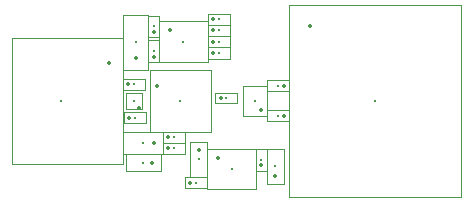
<source format=gbr>
%TF.GenerationSoftware,KiCad,Pcbnew,(6.0.2)*%
%TF.CreationDate,2022-04-27T15:22:05+08:00*%
%TF.ProjectId,USBtoTTL,55534274-6f54-4544-9c2e-6b696361645f,rev?*%
%TF.SameCoordinates,Original*%
%TF.FileFunction,Component,L1,Top*%
%TF.FilePolarity,Positive*%
%FSLAX46Y46*%
G04 Gerber Fmt 4.6, Leading zero omitted, Abs format (unit mm)*
G04 Created by KiCad (PCBNEW (6.0.2)) date 2022-04-27 15:22:05*
%MOMM*%
%LPD*%
G01*
G04 APERTURE LIST*
%TA.AperFunction,ComponentMain*%
%ADD10C,0.300000*%
%TD*%
%TA.AperFunction,ComponentOutline,Courtyard*%
%ADD11C,0.100000*%
%TD*%
%TA.AperFunction,ComponentPin*%
%ADD12P,0.360000X4X0.000000*%
%TD*%
%TA.AperFunction,ComponentPin*%
%ADD13C,0.000000*%
%TD*%
%TA.AperFunction,ComponentOutline,Footprint*%
%ADD14C,0.100000*%
%TD*%
G04 APERTURE END LIST*
D10*
%TO.C,"R6"*%
%TO.CFtp,"R_0402_1005Metric"*%
%TO.CVal,"10K"*%
%TO.CLbN,"Resistor_SMD"*%
%TO.CMnt,SMD*%
%TO.CRot,0*%
X66626200Y-69240400D03*
D11*
X67556199Y-69710399D02*
X65696201Y-69710399D01*
X65696201Y-68770401D01*
X67556199Y-68770401D01*
X67556199Y-69710399D01*
D12*
%TO.P,"R6","1"*%
X66116200Y-69240400D03*
D13*
%TO.P,"R6","2"*%
X67136200Y-69240400D03*
%TD*%
D10*
%TO.C,"C1"*%
%TO.CFtp,"CP_EIA-3216-10_Kemet-I"*%
%TO.CVal,"10uF"*%
%TO.CLbN,"Capacitor_Tantalum_SMD"*%
%TO.CMnt,SMD*%
%TO.CRot,90*%
X66700400Y-62865000D03*
D11*
X67750399Y-65164999D02*
X65650401Y-65164999D01*
X65650401Y-60565001D01*
X67750399Y-60565001D01*
X67750399Y-65164999D01*
D12*
%TO.P,"C1","1"*%
X66700400Y-64215000D03*
D13*
%TO.P,"C1","2"*%
X66700400Y-61515000D03*
%TD*%
D10*
%TO.C,"R1"*%
%TO.CFtp,"R_0402_1005Metric"*%
%TO.CVal,"100K"*%
%TO.CLbN,"Resistor_SMD"*%
%TO.CMnt,SMD*%
%TO.CRot,0*%
X71831200Y-74726800D03*
D11*
X72761199Y-75196799D02*
X70901201Y-75196799D01*
X70901201Y-74256801D01*
X72761199Y-74256801D01*
X72761199Y-75196799D01*
D12*
%TO.P,"R1","1"*%
X71321200Y-74726800D03*
D13*
%TO.P,"R1","2"*%
X72341200Y-74726800D03*
%TD*%
D10*
%TO.C,"C4"*%
%TO.CFtp,"C_0402_1005Metric"*%
%TO.CVal,"100nF"*%
%TO.CLbN,"Capacitor_SMD"*%
%TO.CMnt,SMD*%
%TO.CRot,0*%
X69951600Y-71831200D03*
D11*
X70861599Y-72291199D02*
X69041601Y-72291199D01*
X69041601Y-71371201D01*
X70861599Y-71371201D01*
X70861599Y-72291199D01*
D12*
%TO.P,"C4","1"*%
X69471600Y-71831200D03*
D13*
%TO.P,"C4","2"*%
X70431600Y-71831200D03*
%TD*%
D10*
%TO.C,"U3"*%
%TO.CFtp,"QFN-24-1EP_4x4mm_P0.5mm_EP2.6x2.6mm"*%
%TO.CVal,"CP2104"*%
%TO.CLbN,"Package_DFN_QFN"*%
%TO.CMnt,SMD*%
%TO.CRot,0*%
X70485000Y-67818000D03*
D11*
X73084999Y-70417999D02*
X67885001Y-70417999D01*
X67885001Y-65218001D01*
X73084999Y-65218001D01*
X73084999Y-70417999D01*
D12*
%TO.P,"U3","1","~{RI}"*%
X68547500Y-66568000D03*
D13*
%TO.P,"U3","2","GND"*%
X68547500Y-67068000D03*
%TO.P,"U3","3","D+"*%
X68547500Y-67568000D03*
%TO.P,"U3","4","D-"*%
X68547500Y-68068000D03*
%TO.P,"U3","5","VIO"*%
X68547500Y-68568000D03*
%TO.P,"U3","6","VDD"*%
X68547500Y-69068000D03*
%TO.P,"U3","7","REGIN"*%
X69235000Y-69755500D03*
%TO.P,"U3","8","VBUS"*%
X69735000Y-69755500D03*
%TO.P,"U3","9","~{RST}"*%
X70235000Y-69755500D03*
%TO.P,"U3","10","NC"*%
X70735000Y-69755500D03*
%TO.P,"U3","11","GPIO.3"*%
X71235000Y-69755500D03*
%TO.P,"U3","12","RS485/GPIO.2"*%
X71735000Y-69755500D03*
%TO.P,"U3","13","RXT/GPIO.1"*%
X72422500Y-69068000D03*
%TO.P,"U3","14","TXT/GPIO.0"*%
X72422500Y-68568000D03*
%TO.P,"U3","15","~{SUSPEND}"*%
X72422500Y-68068000D03*
%TO.P,"U3","16","VPP"*%
X72422500Y-67568000D03*
%TO.P,"U3","17","SUSPEND"*%
X72422500Y-67068000D03*
%TO.P,"U3","18","~{CTS}"*%
X72422500Y-66568000D03*
%TO.P,"U3","19","~{RTS}"*%
X71735000Y-65880500D03*
%TO.P,"U3","20","RXD"*%
X71235000Y-65880500D03*
%TO.P,"U3","21","TXD"*%
X70735000Y-65880500D03*
%TO.P,"U3","22","~{DSR}"*%
X70235000Y-65880500D03*
%TO.P,"U3","23","~{DTR}"*%
X69735000Y-65880500D03*
%TO.P,"U3","24","~{DCD}"*%
X69235000Y-65880500D03*
%TO.P,"U3","25","GND"*%
X70485000Y-67818000D03*
%TD*%
D10*
%TO.C,"C9"*%
%TO.CFtp,"C_0402_1005Metric"*%
%TO.CVal,"4.7uF"*%
%TO.CLbN,"Capacitor_SMD"*%
%TO.CMnt,SMD*%
%TO.CRot,0*%
X74371200Y-67564000D03*
D11*
X75281199Y-68023999D02*
X73461201Y-68023999D01*
X73461201Y-67104001D01*
X75281199Y-67104001D01*
X75281199Y-68023999D01*
D12*
%TO.P,"C9","1"*%
X73891200Y-67564000D03*
D13*
%TO.P,"C9","2"*%
X74851200Y-67564000D03*
%TD*%
D10*
%TO.C,"F1"*%
%TO.CFtp,"Fuse_0805_2012Metric"*%
%TO.CVal,"Fuse"*%
%TO.CLbN,"Fuse"*%
%TO.CMnt,SMD*%
%TO.CRot,180*%
X67335400Y-71374000D03*
D11*
X69015399Y-72323999D02*
X65655401Y-72323999D01*
X65655401Y-70424001D01*
X69015399Y-70424001D01*
X69015399Y-72323999D01*
D12*
%TO.P,"F1","1"*%
X68272900Y-71374000D03*
D13*
%TO.P,"F1","2"*%
X66397900Y-71374000D03*
%TD*%
D10*
%TO.C,"RN1"*%
%TO.CFtp,"R_Array_Concave_4x0402"*%
%TO.CVal,"1K"*%
%TO.CLbN,"Resistor_SMD"*%
%TO.CMnt,SMD*%
%TO.CRot,180*%
X76835000Y-67818000D03*
D11*
X77834999Y-69067999D02*
X75835001Y-69067999D01*
X75835001Y-66568001D01*
X77834999Y-66568001D01*
X77834999Y-69067999D01*
D12*
%TO.P,"RN1","1","R1.1"*%
X77335000Y-68568000D03*
D13*
%TO.P,"RN1","2","R2.1"*%
X77335000Y-68068000D03*
%TO.P,"RN1","3","R3.1"*%
X77335000Y-67568000D03*
%TO.P,"RN1","4","R4.1"*%
X77335000Y-67068000D03*
%TO.P,"RN1","5","R4.2"*%
X76335000Y-67068000D03*
%TO.P,"RN1","6","R3.2"*%
X76335000Y-67568000D03*
%TO.P,"RN1","7","R2.2"*%
X76335000Y-68068000D03*
%TO.P,"RN1","8","R1.2"*%
X76335000Y-68568000D03*
%TD*%
D10*
%TO.C,"J1"*%
%TO.CFtp,"Harwin_M20-89006xx_1x06_P2.54mm_Horizontal"*%
%TO.CVal,"Socket"*%
%TO.CLbN,"Connector_Harwin"*%
%TO.CMnt,SMD*%
%TO.CRot,0*%
X86995000Y-67792600D03*
D11*
X94274999Y-75912599D02*
X79715001Y-75912599D01*
X79715001Y-59672601D01*
X94274999Y-59672601D01*
X94274999Y-75912599D01*
D12*
%TO.P,"J1","1","Pin_1"*%
X81470000Y-61442600D03*
D13*
%TO.P,"J1","2","Pin_2"*%
X81470000Y-63982600D03*
%TO.P,"J1","3","Pin_3"*%
X81470000Y-66522600D03*
%TO.P,"J1","4","Pin_4"*%
X81470000Y-69062600D03*
%TO.P,"J1","5","Pin_5"*%
X81470000Y-71602600D03*
%TO.P,"J1","6","Pin_6"*%
X81470000Y-74142600D03*
%TD*%
D10*
%TO.C,"R3"*%
%TO.CFtp,"R_0402_1005Metric"*%
%TO.CVal,"21K"*%
%TO.CLbN,"Resistor_SMD"*%
%TO.CMnt,SMD*%
%TO.CRot,0*%
X73736200Y-62788800D03*
D11*
X74666199Y-63258799D02*
X72806201Y-63258799D01*
X72806201Y-62318801D01*
X74666199Y-62318801D01*
X74666199Y-63258799D01*
D12*
%TO.P,"R3","1"*%
X73226200Y-62788800D03*
D13*
%TO.P,"R3","2"*%
X74246200Y-62788800D03*
%TD*%
D10*
%TO.C,"C2"*%
%TO.CFtp,"C_0402_1005Metric"*%
%TO.CVal,"100nF"*%
%TO.CLbN,"Capacitor_SMD"*%
%TO.CMnt,SMD*%
%TO.CRot,90*%
X68224400Y-61493400D03*
D11*
X68684399Y-62403399D02*
X67764401Y-62403399D01*
X67764401Y-60583401D01*
X68684399Y-60583401D01*
X68684399Y-62403399D01*
D12*
%TO.P,"C2","1"*%
X68224400Y-61973400D03*
D13*
%TO.P,"C2","2"*%
X68224400Y-61013400D03*
%TD*%
D10*
%TO.C,"U1"*%
%TO.CFtp,"SOT-23-5"*%
%TO.CVal,"RT9013-3V3"*%
%TO.CLbN,"Package_TO_SOT_SMD"*%
%TO.CMnt,SMD*%
%TO.CRot,0*%
X74828400Y-73583800D03*
D11*
X76878399Y-75283799D02*
X72778401Y-75283799D01*
X72778401Y-71883801D01*
X76878399Y-71883801D01*
X76878399Y-75283799D01*
D12*
%TO.P,"U1","1","IN"*%
X73690900Y-72633800D03*
D13*
%TO.P,"U1","2","GND"*%
X73690900Y-73583800D03*
%TO.P,"U1","3","EN"*%
X73690900Y-74533800D03*
%TO.P,"U1","4","BP"*%
X75965900Y-74533800D03*
%TO.P,"U1","5","OUT"*%
X75965900Y-72633800D03*
%TD*%
D10*
%TO.C,"D4"*%
%TO.CFtp,"LED_0402_1005Metric"*%
%TO.CVal,"PWR"*%
%TO.CLbN,"LED_SMD"*%
%TO.CMnt,SMD*%
%TO.CRot,0*%
X73736200Y-60909200D03*
D11*
X74666199Y-61379199D02*
X72806201Y-61379199D01*
X72806201Y-60439201D01*
X74666199Y-60439201D01*
X74666199Y-61379199D01*
D12*
%TO.P,"D4","1","K"*%
X73251200Y-60909200D03*
D13*
%TO.P,"D4","2","A"*%
X74221200Y-60909200D03*
%TD*%
D10*
%TO.C,"D3"*%
%TO.CFtp,"LED_0402_1005Metric"*%
%TO.CVal,"RXD"*%
%TO.CLbN,"LED_SMD"*%
%TO.CMnt,SMD*%
%TO.CRot,180*%
X78774900Y-69062600D03*
D11*
X79704899Y-69532599D02*
X77844901Y-69532599D01*
X77844901Y-68592601D01*
X79704899Y-68592601D01*
X79704899Y-69532599D01*
D12*
%TO.P,"D3","1","K"*%
X79259900Y-69062600D03*
D13*
%TO.P,"D3","2","A"*%
X78289900Y-69062600D03*
%TD*%
D10*
%TO.C,"U4"*%
%TO.CFtp,"DFN1710-6"*%
%TO.CVal,"ESD-BDFN1710A054U"*%
%TO.CLbN,"My_Library"*%
%TO.CMnt,TH*%
%TO.CRot,90*%
X66573400Y-67818000D03*
D14*
X65873400Y-68518000D02*
X67273400Y-68518000D01*
X67273400Y-67118000D01*
X65873400Y-67118000D01*
X65873400Y-68518000D01*
D12*
%TO.P,"U4","1","I/O"*%
X67023400Y-68418000D03*
D13*
%TO.P,"U4","2","I/O"*%
X67023400Y-68018000D03*
%TO.P,"U4","3","I/O"*%
X67023400Y-67618000D03*
%TO.P,"U4","4","I/O"*%
X67023400Y-67218000D03*
%TO.P,"U4","5","GND"*%
X66223400Y-67318000D03*
%TO.P,"U4","6","GND"*%
X66223400Y-68318000D03*
%TD*%
D10*
%TO.C,"C8"*%
%TO.CFtp,"C_0402_1005Metric"*%
%TO.CVal,"100nF"*%
%TO.CLbN,"Capacitor_SMD"*%
%TO.CMnt,SMD*%
%TO.CRot,0*%
X73756200Y-61849000D03*
D11*
X74666199Y-62308999D02*
X72846201Y-62308999D01*
X72846201Y-61389001D01*
X74666199Y-61389001D01*
X74666199Y-62308999D01*
D12*
%TO.P,"C8","1"*%
X73276200Y-61849000D03*
D13*
%TO.P,"C8","2"*%
X74236200Y-61849000D03*
%TD*%
D10*
%TO.C,"R5"*%
%TO.CFtp,"R_0402_1005Metric"*%
%TO.CVal,"10K"*%
%TO.CLbN,"Resistor_SMD"*%
%TO.CMnt,SMD*%
%TO.CRot,0*%
X66598800Y-66395600D03*
D11*
X67528799Y-66865599D02*
X65668801Y-66865599D01*
X65668801Y-65925601D01*
X67528799Y-65925601D01*
X67528799Y-66865599D01*
D12*
%TO.P,"R5","1"*%
X66088800Y-66395600D03*
D13*
%TO.P,"R5","2"*%
X67108800Y-66395600D03*
%TD*%
D10*
%TO.C,"R4"*%
%TO.CFtp,"R_0402_1005Metric"*%
%TO.CVal,"10K"*%
%TO.CLbN,"Resistor_SMD"*%
%TO.CMnt,SMD*%
%TO.CRot,0*%
X69951600Y-70891400D03*
D11*
X70881599Y-71361399D02*
X69021601Y-71361399D01*
X69021601Y-70421401D01*
X70881599Y-70421401D01*
X70881599Y-71361399D01*
D12*
%TO.P,"R4","1"*%
X69441600Y-70891400D03*
D13*
%TO.P,"R4","2"*%
X70461600Y-70891400D03*
%TD*%
D10*
%TO.C,"C3"*%
%TO.CFtp,"C_0603_1608Metric"*%
%TO.CVal,"10uF"*%
%TO.CLbN,"Capacitor_SMD"*%
%TO.CMnt,SMD*%
%TO.CRot,-90*%
X72034400Y-72745600D03*
D11*
X72764399Y-74225599D02*
X71304401Y-74225599D01*
X71304401Y-71265601D01*
X72764399Y-71265601D01*
X72764399Y-74225599D01*
D12*
%TO.P,"C3","1"*%
X72034400Y-71970600D03*
D13*
%TO.P,"C3","2"*%
X72034400Y-73520600D03*
%TD*%
D10*
%TO.C,"C5"*%
%TO.CFtp,"C_0603_1608Metric"*%
%TO.CVal,"10uF"*%
%TO.CLbN,"Capacitor_SMD"*%
%TO.CMnt,SMD*%
%TO.CRot,90*%
X78538800Y-73355200D03*
D11*
X79268799Y-74835199D02*
X77808801Y-74835199D01*
X77808801Y-71875201D01*
X79268799Y-71875201D01*
X79268799Y-74835199D01*
D12*
%TO.P,"C5","1"*%
X78538800Y-74130200D03*
D13*
%TO.P,"C5","2"*%
X78538800Y-72580200D03*
%TD*%
D10*
%TO.C,"C7"*%
%TO.CFtp,"C_0603_1608Metric"*%
%TO.CVal,"10uF"*%
%TO.CLbN,"Capacitor_SMD"*%
%TO.CMnt,SMD*%
%TO.CRot,180*%
X67335400Y-73050400D03*
D11*
X68815399Y-73780399D02*
X65855401Y-73780399D01*
X65855401Y-72320401D01*
X68815399Y-72320401D01*
X68815399Y-73780399D01*
D12*
%TO.P,"C7","1"*%
X68110400Y-73050400D03*
D13*
%TO.P,"C7","2"*%
X66560400Y-73050400D03*
%TD*%
D10*
%TO.C,"U2"*%
%TO.CFtp,"SOT-23-6"*%
%TO.CVal,"BD2243G-GTR"*%
%TO.CLbN,"Package_TO_SOT_SMD"*%
%TO.CMnt,SMD*%
%TO.CRot,0*%
X70739000Y-62788800D03*
D11*
X72788999Y-64488799D02*
X68689001Y-64488799D01*
X68689001Y-61088801D01*
X72788999Y-61088801D01*
X72788999Y-64488799D01*
D12*
%TO.P,"U2","1","IN"*%
X69601500Y-61838800D03*
D13*
%TO.P,"U2","2","GND"*%
X69601500Y-62788800D03*
%TO.P,"U2","3","EN"*%
X69601500Y-63738800D03*
%TO.P,"U2","4","/OC"*%
X71876500Y-63738800D03*
%TO.P,"U2","5","ILIM"*%
X71876500Y-62788800D03*
%TO.P,"U2","6","OUTPUT"*%
X71876500Y-61838800D03*
%TD*%
D10*
%TO.C,"C6"*%
%TO.CFtp,"C_0402_1005Metric"*%
%TO.CVal,"100nF"*%
%TO.CLbN,"Capacitor_SMD"*%
%TO.CMnt,SMD*%
%TO.CRot,90*%
X77345000Y-72796400D03*
D11*
X77804999Y-73706399D02*
X76885001Y-73706399D01*
X76885001Y-71886401D01*
X77804999Y-71886401D01*
X77804999Y-73706399D01*
D12*
%TO.P,"C6","1"*%
X77345000Y-73276400D03*
D13*
%TO.P,"C6","2"*%
X77345000Y-72316400D03*
%TD*%
D10*
%TO.C,"J2"*%
%TO.CFtp,"USB_C_Receptacle_HRO_TYPE-C-31-M-12"*%
%TO.CVal,"USB_C_Receptacle_USB2.0"*%
%TO.CLbN,"Connector_USB"*%
%TO.CMnt,SMD*%
%TO.CRot,-90*%
X60374600Y-67818000D03*
D11*
X65644599Y-73137999D02*
X56224601Y-73137999D01*
X56224601Y-62498001D01*
X65644599Y-62498001D01*
X65644599Y-73137999D01*
D12*
%TO.P,"J2","A1","GND"*%
X64419600Y-64568000D03*
D13*
%TO.P,"J2",*%
X62974600Y-64928000D03*
X62974600Y-70708000D03*
%TO.P,"J2","A4","VBUS"*%
X64419600Y-65368000D03*
%TO.P,"J2","A5","CC1"*%
X64419600Y-66568000D03*
%TO.P,"J2","A6","D+"*%
X64419600Y-67568000D03*
%TO.P,"J2","A7","D-"*%
X64419600Y-68068000D03*
%TO.P,"J2","A8","SBU1"*%
X64419600Y-69068000D03*
%TO.P,"J2","A9","VBUS"*%
X64419600Y-70268000D03*
%TO.P,"J2","A12","GND"*%
X64419600Y-71068000D03*
%TO.P,"J2","B1","GND"*%
X64419600Y-71068000D03*
%TO.P,"J2","B4","VBUS"*%
X64419600Y-70268000D03*
%TO.P,"J2","B5","CC2"*%
X64419600Y-69568000D03*
%TO.P,"J2","B6","D+"*%
X64419600Y-68568000D03*
%TO.P,"J2","B7","D-"*%
X64419600Y-67068000D03*
%TO.P,"J2","B8","SBU2"*%
X64419600Y-66068000D03*
%TO.P,"J2","B9","VBUS"*%
X64419600Y-65368000D03*
%TO.P,"J2","B12","GND"*%
X64419600Y-64568000D03*
%TO.P,"J2","S1","SHIELD"*%
X59324600Y-63498000D03*
X59324600Y-72138000D03*
X63504600Y-63498000D03*
X63504600Y-72138000D03*
%TD*%
D10*
%TO.C,"D1"*%
%TO.CFtp,"LED_0402_1005Metric"*%
%TO.CVal,"OLOAD"*%
%TO.CLbN,"LED_SMD"*%
%TO.CMnt,SMD*%
%TO.CRot,0*%
X73736200Y-63754000D03*
D11*
X74666199Y-64223999D02*
X72806201Y-64223999D01*
X72806201Y-63284001D01*
X74666199Y-63284001D01*
X74666199Y-64223999D01*
D12*
%TO.P,"D1","1","K"*%
X73251200Y-63754000D03*
D13*
%TO.P,"D1","2","A"*%
X74221200Y-63754000D03*
%TD*%
D10*
%TO.C,"D2"*%
%TO.CFtp,"LED_0402_1005Metric"*%
%TO.CVal,"TXD"*%
%TO.CLbN,"LED_SMD"*%
%TO.CMnt,SMD*%
%TO.CRot,180*%
X78774900Y-66522600D03*
D11*
X79704899Y-66992599D02*
X77844901Y-66992599D01*
X77844901Y-66052601D01*
X79704899Y-66052601D01*
X79704899Y-66992599D01*
D12*
%TO.P,"D2","1","K"*%
X79259900Y-66522600D03*
D13*
%TO.P,"D2","2","A"*%
X78289900Y-66522600D03*
%TD*%
D10*
%TO.C,"R2"*%
%TO.CFtp,"R_0402_1005Metric"*%
%TO.CVal,"10K"*%
%TO.CLbN,"Resistor_SMD"*%
%TO.CMnt,SMD*%
%TO.CRot,90*%
X68224400Y-63576200D03*
D11*
X68694399Y-64506199D02*
X67754401Y-64506199D01*
X67754401Y-62646201D01*
X68694399Y-62646201D01*
X68694399Y-64506199D01*
D12*
%TO.P,"R2","1"*%
X68224400Y-64086200D03*
D13*
%TO.P,"R2","2"*%
X68224400Y-63066200D03*
%TD*%
M02*

</source>
